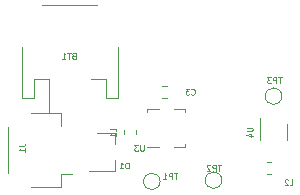
<source format=gbr>
G04 #@! TF.GenerationSoftware,KiCad,Pcbnew,(5.0.0-rc2-200-g1f6f76beb)*
G04 #@! TF.CreationDate,2020-02-24T22:29:59-05:00*
G04 #@! TF.ProjectId,watch-power,77617463682D706F7765722E6B696361,rev?*
G04 #@! TF.SameCoordinates,Original*
G04 #@! TF.FileFunction,Legend,Bot*
G04 #@! TF.FilePolarity,Positive*
%FSLAX46Y46*%
G04 Gerber Fmt 4.6, Leading zero omitted, Abs format (unit mm)*
G04 Created by KiCad (PCBNEW (5.0.0-rc2-200-g1f6f76beb)) date Mon Feb 24 22:29:59 2020*
%MOMM*%
%LPD*%
G01*
G04 APERTURE LIST*
%ADD10C,0.120000*%
%ADD11C,0.125000*%
G04 APERTURE END LIST*
D10*
G04 #@! TO.C,C3*
X84574533Y-73306400D02*
X84917067Y-73306400D01*
X84574533Y-72286400D02*
X84917067Y-72286400D01*
G04 #@! TO.C,D1*
X80532000Y-76296400D02*
X80532000Y-77226400D01*
X80532000Y-79456400D02*
X80532000Y-78526400D01*
X80532000Y-79456400D02*
X78372000Y-79456400D01*
X80532000Y-76296400D02*
X79072000Y-76296400D01*
G04 #@! TO.C,J1*
X73453000Y-80834000D02*
X75953000Y-80834000D01*
X75953000Y-80834000D02*
X75953000Y-79784000D01*
X75953000Y-79784000D02*
X76943000Y-79784000D01*
X73453000Y-74614000D02*
X75953000Y-74614000D01*
X75953000Y-74614000D02*
X75953000Y-75664000D01*
X71483000Y-79664000D02*
X71483000Y-75784000D01*
G04 #@! TO.C,L1*
X81328800Y-76040133D02*
X81328800Y-76382667D01*
X82348800Y-76040133D02*
X82348800Y-76382667D01*
G04 #@! TO.C,L2*
X93441733Y-78738000D02*
X93784267Y-78738000D01*
X93441733Y-79758000D02*
X93784267Y-79758000D01*
G04 #@! TO.C,TP1*
X84367600Y-80365600D02*
G75*
G03X84367600Y-80365600I-700000J0D01*
G01*
G04 #@! TO.C,U3*
X83276800Y-74464400D02*
X83276800Y-74234400D01*
X83276800Y-74234400D02*
X84251800Y-74234400D01*
X86496800Y-74464400D02*
X86496800Y-74234400D01*
X85521800Y-74234400D02*
X86496800Y-74234400D01*
X85521800Y-77454400D02*
X86496800Y-77454400D01*
X86496800Y-77454400D02*
X86496800Y-77224400D01*
X83246800Y-77454400D02*
X84251800Y-77454400D01*
G04 #@! TO.C,U4*
X92820000Y-76900000D02*
X92820000Y-75000000D01*
X95140000Y-75500000D02*
X95140000Y-76900000D01*
G04 #@! TO.C,TP2*
X89600000Y-80264000D02*
G75*
G03X89600000Y-80264000I-700000J0D01*
G01*
G04 #@! TO.C,TP3*
X94680000Y-73152000D02*
G75*
G03X94680000Y-73152000I-700000J0D01*
G01*
G04 #@! TO.C,BT1*
X72664000Y-69016000D02*
X72664000Y-73266000D01*
X72664000Y-73266000D02*
X73684000Y-73266000D01*
X73684000Y-73266000D02*
X73684000Y-71666000D01*
X73684000Y-71666000D02*
X74964000Y-71666000D01*
X74964000Y-71666000D02*
X74964000Y-74556000D01*
X80784000Y-69016000D02*
X80784000Y-73266000D01*
X80784000Y-73266000D02*
X79764000Y-73266000D01*
X79764000Y-73266000D02*
X79764000Y-71666000D01*
X79764000Y-71666000D02*
X78484000Y-71666000D01*
X74384000Y-65446000D02*
X79064000Y-65446000D01*
G04 #@! TO.C,C3*
D11*
X87002133Y-72974971D02*
X87025942Y-72998780D01*
X87097371Y-73022590D01*
X87144990Y-73022590D01*
X87216419Y-72998780D01*
X87264038Y-72951161D01*
X87287847Y-72903542D01*
X87311657Y-72808304D01*
X87311657Y-72736876D01*
X87287847Y-72641638D01*
X87264038Y-72594019D01*
X87216419Y-72546400D01*
X87144990Y-72522590D01*
X87097371Y-72522590D01*
X87025942Y-72546400D01*
X87002133Y-72570209D01*
X86835466Y-72522590D02*
X86525942Y-72522590D01*
X86692609Y-72713066D01*
X86621180Y-72713066D01*
X86573561Y-72736876D01*
X86549752Y-72760685D01*
X86525942Y-72808304D01*
X86525942Y-72927352D01*
X86549752Y-72974971D01*
X86573561Y-72998780D01*
X86621180Y-73022590D01*
X86764038Y-73022590D01*
X86811657Y-72998780D01*
X86835466Y-72974971D01*
G04 #@! TO.C,D1*
X81699847Y-79270990D02*
X81699847Y-78770990D01*
X81580800Y-78770990D01*
X81509371Y-78794800D01*
X81461752Y-78842419D01*
X81437942Y-78890038D01*
X81414133Y-78985276D01*
X81414133Y-79056704D01*
X81437942Y-79151942D01*
X81461752Y-79199561D01*
X81509371Y-79247180D01*
X81580800Y-79270990D01*
X81699847Y-79270990D01*
X80937942Y-79270990D02*
X81223657Y-79270990D01*
X81080800Y-79270990D02*
X81080800Y-78770990D01*
X81128419Y-78842419D01*
X81176038Y-78890038D01*
X81223657Y-78913847D01*
G04 #@! TO.C,J1*
X72420990Y-77354133D02*
X72778133Y-77354133D01*
X72849561Y-77330323D01*
X72897180Y-77282704D01*
X72920990Y-77211276D01*
X72920990Y-77163657D01*
X72920990Y-77854133D02*
X72920990Y-77568419D01*
X72920990Y-77711276D02*
X72420990Y-77711276D01*
X72492419Y-77663657D01*
X72540038Y-77616038D01*
X72563847Y-77568419D01*
G04 #@! TO.C,L1*
X80634990Y-76128066D02*
X80634990Y-75889971D01*
X80134990Y-75889971D01*
X80634990Y-76556638D02*
X80634990Y-76270923D01*
X80634990Y-76413780D02*
X80134990Y-76413780D01*
X80206419Y-76366161D01*
X80254038Y-76318542D01*
X80277847Y-76270923D01*
G04 #@! TO.C,L2*
X95333333Y-80693390D02*
X95571428Y-80693390D01*
X95571428Y-80193390D01*
X95190476Y-80241009D02*
X95166666Y-80217200D01*
X95119047Y-80193390D01*
X95000000Y-80193390D01*
X94952380Y-80217200D01*
X94928571Y-80241009D01*
X94904761Y-80288628D01*
X94904761Y-80336247D01*
X94928571Y-80407676D01*
X95214285Y-80693390D01*
X94904761Y-80693390D01*
G04 #@! TO.C,TP1*
X85822552Y-79685390D02*
X85536838Y-79685390D01*
X85679695Y-80185390D02*
X85679695Y-79685390D01*
X85370171Y-80185390D02*
X85370171Y-79685390D01*
X85179695Y-79685390D01*
X85132076Y-79709200D01*
X85108266Y-79733009D01*
X85084457Y-79780628D01*
X85084457Y-79852057D01*
X85108266Y-79899676D01*
X85132076Y-79923485D01*
X85179695Y-79947295D01*
X85370171Y-79947295D01*
X84608266Y-80185390D02*
X84893980Y-80185390D01*
X84751123Y-80185390D02*
X84751123Y-79685390D01*
X84798742Y-79756819D01*
X84846361Y-79804438D01*
X84893980Y-79828247D01*
G04 #@! TO.C,U3*
X82981752Y-77297790D02*
X82981752Y-77702552D01*
X82957942Y-77750171D01*
X82934133Y-77773980D01*
X82886514Y-77797790D01*
X82791276Y-77797790D01*
X82743657Y-77773980D01*
X82719847Y-77750171D01*
X82696038Y-77702552D01*
X82696038Y-77297790D01*
X82505561Y-77297790D02*
X82196038Y-77297790D01*
X82362704Y-77488266D01*
X82291276Y-77488266D01*
X82243657Y-77512076D01*
X82219847Y-77535885D01*
X82196038Y-77583504D01*
X82196038Y-77702552D01*
X82219847Y-77750171D01*
X82243657Y-77773980D01*
X82291276Y-77797790D01*
X82434133Y-77797790D01*
X82481752Y-77773980D01*
X82505561Y-77750171D01*
G04 #@! TO.C,U4*
X91706190Y-75819047D02*
X92110952Y-75819047D01*
X92158571Y-75842857D01*
X92182380Y-75866666D01*
X92206190Y-75914285D01*
X92206190Y-76009523D01*
X92182380Y-76057142D01*
X92158571Y-76080952D01*
X92110952Y-76104761D01*
X91706190Y-76104761D01*
X91872857Y-76557142D02*
X92206190Y-76557142D01*
X91682380Y-76438095D02*
X92039523Y-76319047D01*
X92039523Y-76628571D01*
G04 #@! TO.C,TP2*
X89530952Y-78974190D02*
X89245238Y-78974190D01*
X89388095Y-79474190D02*
X89388095Y-78974190D01*
X89078571Y-79474190D02*
X89078571Y-78974190D01*
X88888095Y-78974190D01*
X88840476Y-78998000D01*
X88816666Y-79021809D01*
X88792857Y-79069428D01*
X88792857Y-79140857D01*
X88816666Y-79188476D01*
X88840476Y-79212285D01*
X88888095Y-79236095D01*
X89078571Y-79236095D01*
X88602380Y-79021809D02*
X88578571Y-78998000D01*
X88530952Y-78974190D01*
X88411904Y-78974190D01*
X88364285Y-78998000D01*
X88340476Y-79021809D01*
X88316666Y-79069428D01*
X88316666Y-79117047D01*
X88340476Y-79188476D01*
X88626190Y-79474190D01*
X88316666Y-79474190D01*
G04 #@! TO.C,TP3*
X94661752Y-71557390D02*
X94376038Y-71557390D01*
X94518895Y-72057390D02*
X94518895Y-71557390D01*
X94209371Y-72057390D02*
X94209371Y-71557390D01*
X94018895Y-71557390D01*
X93971276Y-71581200D01*
X93947466Y-71605009D01*
X93923657Y-71652628D01*
X93923657Y-71724057D01*
X93947466Y-71771676D01*
X93971276Y-71795485D01*
X94018895Y-71819295D01*
X94209371Y-71819295D01*
X93756990Y-71557390D02*
X93447466Y-71557390D01*
X93614133Y-71747866D01*
X93542704Y-71747866D01*
X93495085Y-71771676D01*
X93471276Y-71795485D01*
X93447466Y-71843104D01*
X93447466Y-71962152D01*
X93471276Y-72009771D01*
X93495085Y-72033580D01*
X93542704Y-72057390D01*
X93685561Y-72057390D01*
X93733180Y-72033580D01*
X93756990Y-72009771D01*
G04 #@! TO.C,BT1*
X77050057Y-69712685D02*
X76978628Y-69736495D01*
X76954819Y-69760304D01*
X76931009Y-69807923D01*
X76931009Y-69879352D01*
X76954819Y-69926971D01*
X76978628Y-69950780D01*
X77026247Y-69974590D01*
X77216723Y-69974590D01*
X77216723Y-69474590D01*
X77050057Y-69474590D01*
X77002438Y-69498400D01*
X76978628Y-69522209D01*
X76954819Y-69569828D01*
X76954819Y-69617447D01*
X76978628Y-69665066D01*
X77002438Y-69688876D01*
X77050057Y-69712685D01*
X77216723Y-69712685D01*
X76788152Y-69474590D02*
X76502438Y-69474590D01*
X76645295Y-69974590D02*
X76645295Y-69474590D01*
X76073866Y-69974590D02*
X76359580Y-69974590D01*
X76216723Y-69974590D02*
X76216723Y-69474590D01*
X76264342Y-69546019D01*
X76311961Y-69593638D01*
X76359580Y-69617447D01*
G04 #@! TD*
M02*

</source>
